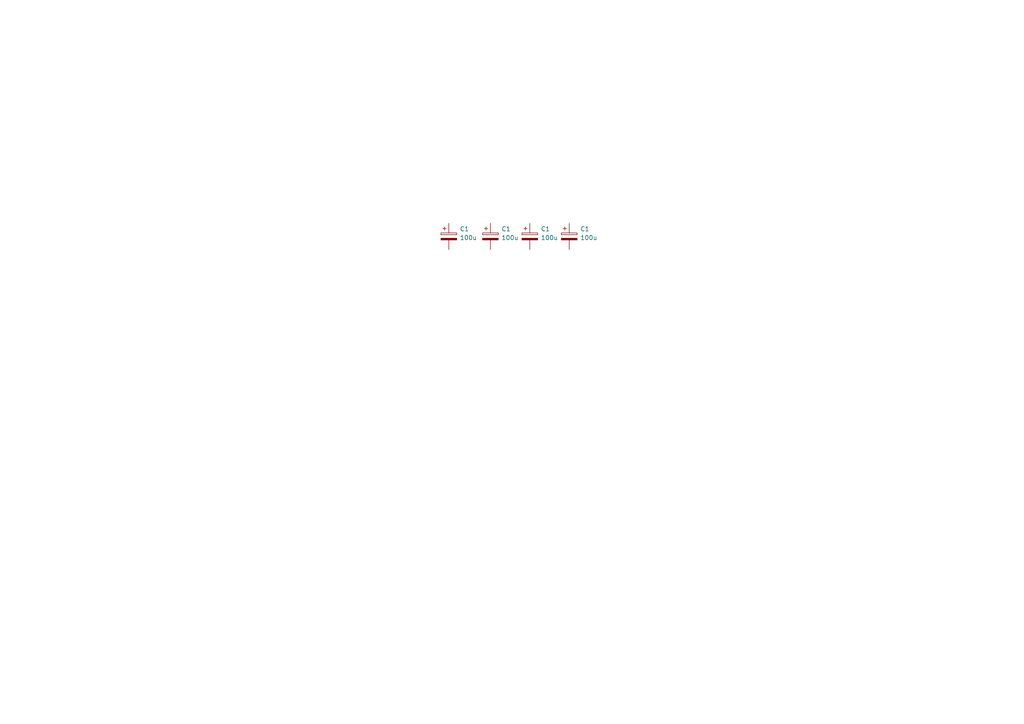
<source format=kicad_sch>
(kicad_sch (version 20250114) (generator "eeschema") (generator_version "9.0")
  (paper "A4")
  (lib_symbols
    (symbol "Device:C_Polarized" (pin_numbers (hide yes)) (pin_names (offset 0.254))
      (property "Reference" "C" (at 0.635 2.54 0))
      (property "Value" "C_Polarized" (at 0.635 -2.54 0))
      (symbol "C_Polarized_0_1"
        (rectangle (start -2.286 0.508) (end 2.286 1.016))
        (polyline (pts (xy -1.778 2.286) (xy -0.762 2.286)))
        (polyline (pts (xy -1.27 2.794) (xy -1.27 1.778)))
        (rectangle (start 2.286 -0.508) (end -2.286 -1.016) (fill (type outline)))
      )
      (symbol "C_Polarized_1_1"
        (pin passive line (at 0 3.81 270) (length 2.794) (name "~") (number "1"))
        (pin passive line (at 0 -3.81 90) (length 2.794) (name "~") (number "2"))
      )
    )
  )
  (symbol (lib_id "Device:C_Polarized") (at 130.175 68.58 0) (unit 1)
    (property "Reference" "C1" (at 133.35 66.4209 0) (effects (justify left)))
    (property "Value" "100u" (at 133.35 68.9609 0) (effects (justify left)))
    (property "Footprint" "Capacitor_SMD:CP_Elec_6.3x7.7" (effects (hide yes)))
    (property "Description" "Polarized capacitor" (effects (hide yes)))
    (property "LCSC" "C0123456" (effects (hide yes)))
  )
  (symbol (lib_id "Device:C_Polarized") (at 165.1 68.58 0) (unit 1)
    (property "Reference" "C1" (at 168.275 66.4209 0) (effects (justify left)))
    (property "Value" "100u" (at 168.275 68.9609 0) (effects (justify left)))
    (property "Footprint" "Capacitor_SMD:CP_Elec_6.3x7.7" (effects (hide yes)))
    (property "Description" "Polarized capacitor" (effects (hide yes)))
    (property "LCSC" "C0123456" (effects (hide yes)))
  )
  (symbol (lib_id "Device:C_Polarized") (at 142.24 68.58 0) (unit 1)
    (property "Reference" "C1" (at 145.415 66.4209 0) (effects (justify left)))
    (property "Value" "100u" (at 145.415 68.9609 0) (effects (justify left)))
    (property "Footprint" "Capacitor_SMD:CP_Elec_6.3x7.7" (effects (hide yes)))
    (property "Description" "Polarized capacitor" (effects (hide yes)))
    (property "LCSC" "C0123456" (effects (hide yes)))
  )
  (symbol (lib_id "Device:C_Polarized") (at 153.67 68.58 0) (unit 1)
    (property "Reference" "C1" (at 156.845 66.4209 0) (effects (justify left)))
    (property "Value" "100u" (at 156.845 68.9609 0) (effects (justify left)))
    (property "Footprint" "Capacitor_SMD:CP_Elec_6.3x7.7" (effects (hide yes)))
    (property "Description" "Polarized capacitor" (effects (hide yes)))
    (property "LCSC" "C0123456" (effects (hide yes)))
  )
)
</source>
